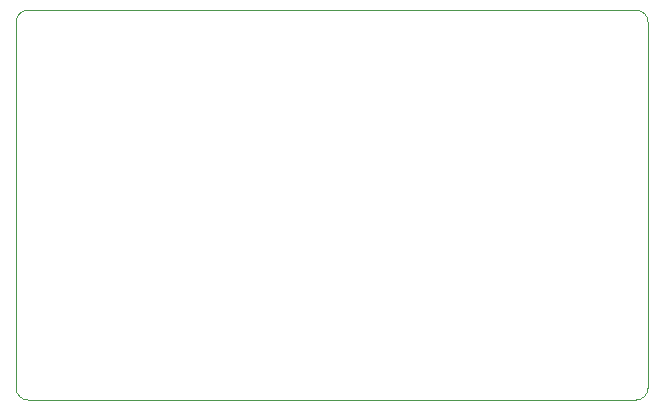
<source format=gm1>
%TF.GenerationSoftware,KiCad,Pcbnew,9.0.5*%
%TF.CreationDate,2025-11-20T08:48:28+01:00*%
%TF.ProjectId,acw02_zb-v1.1,61637730-325f-47a6-922d-76312e312e6b,rev?*%
%TF.SameCoordinates,Original*%
%TF.FileFunction,Profile,NP*%
%FSLAX46Y46*%
G04 Gerber Fmt 4.6, Leading zero omitted, Abs format (unit mm)*
G04 Created by KiCad (PCBNEW 9.0.5) date 2025-11-20 08:48:28*
%MOMM*%
%LPD*%
G01*
G04 APERTURE LIST*
%TA.AperFunction,Profile*%
%ADD10C,0.050000*%
%TD*%
G04 APERTURE END LIST*
D10*
X143500000Y-68000000D02*
X143500000Y-99000000D01*
X91000000Y-67000000D02*
X142500000Y-67000000D01*
X142500000Y-100000000D02*
X91000000Y-100000000D01*
X90000000Y-68000000D02*
G75*
G02*
X91000000Y-67000000I1000000J0D01*
G01*
X143500000Y-99000000D02*
G75*
G02*
X142500000Y-100000000I-1000000J0D01*
G01*
X90000000Y-99000000D02*
X90000000Y-68000000D01*
X142500000Y-67000000D02*
G75*
G02*
X143500000Y-68000000I0J-1000000D01*
G01*
X91000000Y-100000000D02*
G75*
G02*
X90000000Y-99000000I0J1000000D01*
G01*
M02*

</source>
